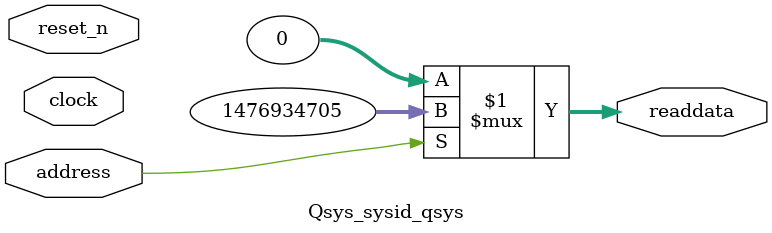
<source format=v>

`timescale 1ns / 1ps
// synthesis translate_on

// turn off superfluous verilog processor warnings 
// altera message_level Level1 
// altera message_off 10034 10035 10036 10037 10230 10240 10030 

module Qsys_sysid_qsys (
               // inputs:
                address,
                clock,
                reset_n,

               // outputs:
                readdata
             )
;

  output  [ 31: 0] readdata;
  input            address;
  input            clock;
  input            reset_n;

  wire    [ 31: 0] readdata;
  //control_slave, which is an e_avalon_slave
  assign readdata = address ? 1476934705 : 0;

endmodule




</source>
